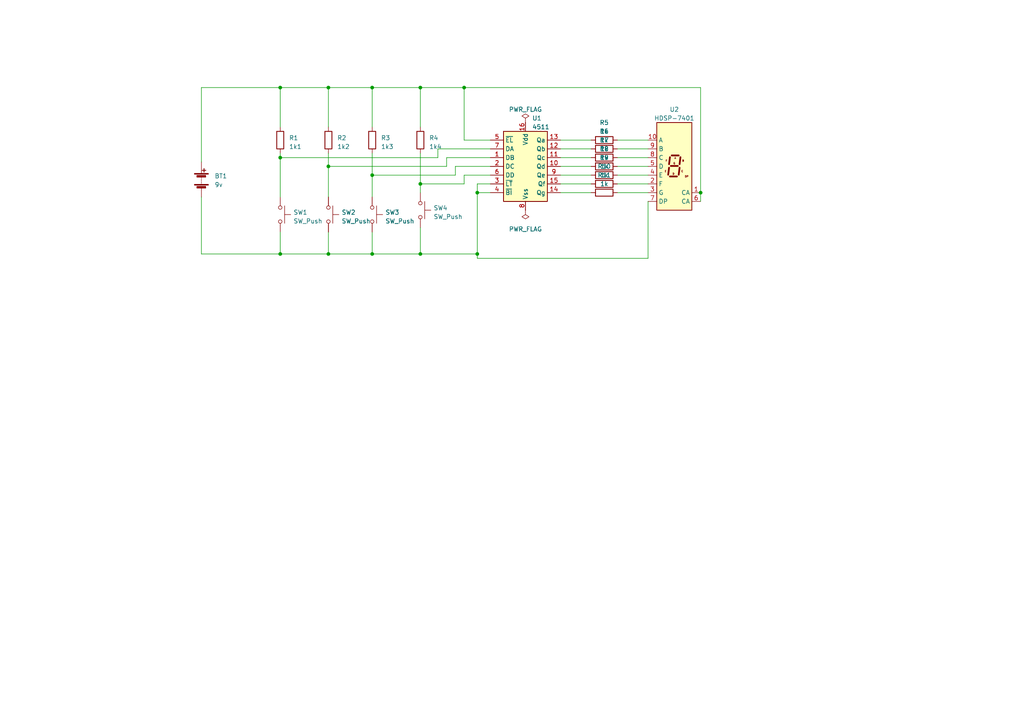
<source format=kicad_sch>
(kicad_sch (version 20230121) (generator eeschema)
  (paper "A4")
  (lib_symbols
    (symbol "4xxx_IEEE:4511"
      (property "Reference" "U" (at 8.89 11.43 0))
      (property "Value" "4511" (at 8.89 -11.43 0))
      (symbol "4511_0_1"
        (rectangle (start -6.35 10.16) (end 6.35 -10.16) (stroke (width 0.254)) (fill (type background)))
      )
      (symbol "4511_1_1"
        (pin input line (at -10.16 2.54 0) (length 3.81) (name "DB") (number "1"))
        (pin output line (at 10.16 0 180) (length 3.81) (name "Qd") (number "10"))
        (pin output line (at 10.16 2.54 180) (length 3.81) (name "Qc") (number "11"))
        (pin output line (at 10.16 5.08 180) (length 3.81) (name "Qb") (number "12"))
        (pin output line (at 10.16 7.62 180) (length 3.81) (name "Qa") (number "13"))
        (pin output line (at 10.16 -7.62 180) (length 3.81) (name "Qg") (number "14"))
        (pin output line (at 10.16 -5.08 180) (length 3.81) (name "Qf") (number "15"))
        (pin power_in line (at 0 12.7 270) (length 2.54) (name "Vdd") (number "16"))
        (pin input line (at -10.16 0 0) (length 3.81) (name "DC") (number "2"))
        (pin input line (at -10.16 -5.08 0) (length 3.81) (name "~{LT}") (number "3"))
        (pin input line (at -10.16 -7.62 0) (length 3.81) (name "~{BI}") (number "4"))
        (pin input line (at -10.16 7.62 0) (length 3.81) (name "~{EL}") (number "5"))
        (pin input line (at -10.16 -2.54 0) (length 3.81) (name "DD") (number "6"))
        (pin input line (at -10.16 5.08 0) (length 3.81) (name "DA") (number "7"))
        (pin power_in line (at 0 -12.7 90) (length 2.54) (name "Vss") (number "8"))
        (pin output line (at 10.16 -2.54 180) (length 3.81) (name "Qe") (number "9"))
      )
    )
    (symbol "Device:Battery" (pin_numbers hide) (pin_names (offset 0) hide)
      (property "Reference" "BT" (at 2.54 2.54 0))
      (property "Value" "Battery" (at 2.54 0 0))
      (symbol "Battery_0_1"
        (rectangle (start -2.032 -1.397) (end 2.032 -1.651) (fill (type outline)))
        (rectangle (start -2.032 1.778) (end 2.032 1.524) (fill (type outline)))
        (rectangle (start -1.3208 -1.9812) (end 1.27 -2.4892) (fill (type outline)))
        (rectangle (start -1.3208 1.1938) (end 1.27 0.6858) (fill (type outline)))
        (polyline (pts (xy 0 -1.524) (xy 0 -1.27)))
        (polyline (pts (xy 0 -1.016) (xy 0 -0.762)))
        (polyline (pts (xy 0 -0.508) (xy 0 -0.254)))
        (polyline (pts (xy 0 0) (xy 0 0.254)))
        (polyline (pts (xy 0 0.508) (xy 0 0.762)))
        (polyline (pts (xy 0 1.778) (xy 0 2.54)))
        (polyline (pts (xy 0.254 2.667) (xy 1.27 2.667)) (stroke (width 0.254)))
        (polyline (pts (xy 0.762 3.175) (xy 0.762 2.159)) (stroke (width 0.254)))
      )
      (symbol "Battery_1_1"
        (pin passive line (at 0 5.08 270) (length 2.54) (name "+") (number "1"))
        (pin passive line (at 0 -5.08 90) (length 2.54) (name "-") (number "2"))
      )
    )
    (symbol "Device:R" (pin_numbers hide) (pin_names (offset 0))
      (property "Reference" "R" (at 2.032 0 90))
      (property "Value" "R" (at 0 0 90))
      (symbol "R_0_1"
        (rectangle (start -1.016 -2.54) (end 1.016 2.54) (stroke (width 0.254)))
      )
      (symbol "R_1_1"
        (pin passive line (at 0 3.81 270) (length 1.27) (name "~") (number "1"))
        (pin passive line (at 0 -3.81 90) (length 1.27) (name "~") (number "2"))
      )
    )
    (symbol "Display_Character:HDSP-7401"
      (property "Reference" "U" (at -3.81 13.97 0))
      (property "Value" "HDSP-7401" (at 6.35 13.97 0))
      (symbol "HDSP-7401_1_0"
        (text "A" (at 0.254 2.413 0) (effects (font (size 0.508 0.508))))
        (text "B" (at 2.54 1.651 0) (effects (font (size 0.508 0.508))))
        (text "C" (at 2.286 -1.397 0) (effects (font (size 0.508 0.508))))
        (text "D" (at -0.254 -2.159 0) (effects (font (size 0.508 0.508))))
        (text "DP" (at 3.556 -2.921 0) (effects (font (size 0.508 0.508))))
        (text "E" (at -2.54 -1.397 0) (effects (font (size 0.508 0.508))))
        (text "F" (at -2.286 1.651 0) (effects (font (size 0.508 0.508))))
        (text "G" (at 0 0.889 0) (effects (font (size 0.508 0.508))))
      )
      (symbol "HDSP-7401_1_1"
        (rectangle (start -5.08 12.7) (end 5.08 -12.7) (stroke (width 0.254)) (fill (type background)))
        (polyline (pts (xy -1.524 -0.381) (xy -1.778 -2.413)) (stroke (width 0.508)))
        (polyline (pts (xy -1.27 -2.921) (xy 0.762 -2.921)) (stroke (width 0.508)))
        (polyline (pts (xy -1.27 2.667) (xy -1.524 0.635)) (stroke (width 0.508)))
        (polyline (pts (xy -1.016 0.127) (xy 1.016 0.127)) (stroke (width 0.508)))
        (polyline (pts (xy -0.762 3.175) (xy 1.27 3.175)) (stroke (width 0.508)))
        (polyline (pts (xy 1.524 -0.381) (xy 1.27 -2.413)) (stroke (width 0.508)))
        (polyline (pts (xy 1.778 2.667) (xy 1.524 0.635)) (stroke (width 0.508)))
        (polyline (pts (xy 2.54 -2.921) (xy 2.54 -2.921)) (stroke (width 0.508)))
        (pin input line (at 7.62 -7.62 180) (length 2.54) (name "CA") (number "1"))
        (pin input line (at -7.62 7.62 0) (length 2.54) (name "A") (number "10"))
        (pin input line (at -7.62 -5.08 0) (length 2.54) (name "F") (number "2"))
        (pin input line (at -7.62 -7.62 0) (length 2.54) (name "G") (number "3"))
        (pin input line (at -7.62 -2.54 0) (length 2.54) (name "E") (number "4"))
        (pin input line (at -7.62 0 0) (length 2.54) (name "D") (number "5"))
        (pin input line (at 7.62 -10.16 180) (length 2.54) (name "CA") (number "6"))
        (pin input line (at -7.62 -10.16 0) (length 2.54) (name "DP") (number "7"))
        (pin input line (at -7.62 2.54 0) (length 2.54) (name "C") (number "8"))
        (pin input line (at -7.62 5.08 0) (length 2.54) (name "B") (number "9"))
      )
    )
    (symbol "Switch:SW_Push" (pin_numbers hide) (pin_names (offset 1.016) hide)
      (property "Reference" "SW" (at 1.27 2.54 0))
      (property "Value" "SW_Push" (at 0 -1.524 0))
      (symbol "SW_Push_0_1"
        (circle (center -2.032 0) (radius 0.508))
        (polyline (pts (xy 0 1.27) (xy 0 3.048)))
        (polyline (pts (xy 2.54 1.27) (xy -2.54 1.27)))
        (circle (center 2.032 0) (radius 0.508))
        (pin passive line (at -5.08 0 0) (length 2.54) (name "1") (number "1"))
        (pin passive line (at 5.08 0 180) (length 2.54) (name "2") (number "2"))
      )
    )
    (symbol "power:PWR_FLAG" (power) (pin_numbers hide) (pin_names (offset 0) hide)
      (property "Value" "PWR_FLAG" (at 0 3.81 0))
      (symbol "PWR_FLAG_0_0"
        (pin power_out line (at 0 0 90) (length 0) (name "pwr") (number "1"))
      )
      (symbol "PWR_FLAG_0_1"
        (polyline (pts (xy 0 0) (xy 0 1.27) (xy -1.016 1.905) (xy 0 2.54) (xy 1.016 1.905) (xy 0 1.27)))
      )
    )
  )
  (junction (at 81.28 25.4))
  (junction (at 138.43 73.66))
  (junction (at 134.62 25.4))
  (junction (at 95.25 25.4))
  (junction (at 121.92 53.34))
  (junction (at 107.95 50.8))
  (junction (at 121.92 73.66))
  (junction (at 107.95 25.4))
  (junction (at 95.25 73.66))
  (junction (at 95.25 48.26))
  (junction (at 121.92 25.4))
  (junction (at 138.43 55.88))
  (junction (at 107.95 73.66))
  (junction (at 203.2 55.88))
  (junction (at 81.28 45.72))
  (junction (at 81.28 73.66))
  (wire (pts (xy 81.28 25.4) (xy 95.25 25.4)))
  (wire (pts (xy 107.95 67.31) (xy 107.95 73.66)))
  (wire (pts (xy 142.24 55.88) (xy 138.43 55.88)))
  (wire (pts (xy 95.25 25.4) (xy 107.95 25.4)))
  (wire (pts (xy 138.43 55.88) (xy 138.43 73.66)))
  (wire (pts (xy 58.42 25.4) (xy 81.28 25.4)))
  (wire (pts (xy 58.42 73.66) (xy 81.28 73.66)))
  (wire (pts (xy 187.96 45.72) (xy 179.07 45.72)))
  (wire (pts (xy 187.96 48.26) (xy 179.07 48.26)))
  (wire (pts (xy 121.92 73.66) (xy 138.43 73.66)))
  (wire (pts (xy 107.95 73.66) (xy 121.92 73.66)))
  (wire (pts (xy 58.42 46.99) (xy 58.42 25.4)))
  (wire (pts (xy 138.43 53.34) (xy 138.43 55.88)))
  (wire (pts (xy 134.62 40.64) (xy 142.24 40.64)))
  (wire (pts (xy 95.25 25.4) (xy 95.25 36.83)))
  (wire (pts (xy 171.45 55.88) (xy 162.56 55.88)))
  (wire (pts (xy 81.28 45.72) (xy 127 45.72)))
  (wire (pts (xy 187.96 53.34) (xy 179.07 53.34)))
  (wire (pts (xy 142.24 48.26) (xy 132.08 48.26)))
  (wire (pts (xy 187.96 40.64) (xy 179.07 40.64)))
  (wire (pts (xy 187.96 58.42) (xy 187.96 74.93)))
  (wire (pts (xy 127 43.18) (xy 142.24 43.18)))
  (wire (pts (xy 81.28 45.72) (xy 81.28 57.15)))
  (wire (pts (xy 187.96 55.88) (xy 179.07 55.88)))
  (wire (pts (xy 132.08 50.8) (xy 107.95 50.8)))
  (wire (pts (xy 58.42 57.15) (xy 58.42 73.66)))
  (wire (pts (xy 142.24 50.8) (xy 134.62 50.8)))
  (wire (pts (xy 127 45.72) (xy 127 43.18)))
  (wire (pts (xy 121.92 44.45) (xy 121.92 53.34)))
  (wire (pts (xy 107.95 25.4) (xy 121.92 25.4)))
  (wire (pts (xy 81.28 73.66) (xy 95.25 73.66)))
  (wire (pts (xy 95.25 73.66) (xy 107.95 73.66)))
  (wire (pts (xy 132.08 48.26) (xy 132.08 50.8)))
  (wire (pts (xy 171.45 40.64) (xy 162.56 40.64)))
  (wire (pts (xy 171.45 50.8) (xy 162.56 50.8)))
  (wire (pts (xy 107.95 25.4) (xy 107.95 36.83)))
  (wire (pts (xy 187.96 43.18) (xy 179.07 43.18)))
  (wire (pts (xy 121.92 25.4) (xy 134.62 25.4)))
  (wire (pts (xy 81.28 44.45) (xy 81.28 45.72)))
  (wire (pts (xy 95.25 67.31) (xy 95.25 73.66)))
  (wire (pts (xy 95.25 48.26) (xy 95.25 57.15)))
  (wire (pts (xy 107.95 50.8) (xy 107.95 57.15)))
  (wire (pts (xy 138.43 73.66) (xy 138.43 74.93)))
  (wire (pts (xy 187.96 50.8) (xy 179.07 50.8)))
  (wire (pts (xy 171.45 43.18) (xy 162.56 43.18)))
  (wire (pts (xy 203.2 55.88) (xy 203.2 25.4)))
  (wire (pts (xy 81.28 67.31) (xy 81.28 73.66)))
  (wire (pts (xy 121.92 53.34) (xy 121.92 55.88)))
  (wire (pts (xy 134.62 53.34) (xy 121.92 53.34)))
  (wire (pts (xy 171.45 48.26) (xy 162.56 48.26)))
  (wire (pts (xy 142.24 45.72) (xy 129.54 45.72)))
  (wire (pts (xy 134.62 25.4) (xy 134.62 40.64)))
  (wire (pts (xy 203.2 55.88) (xy 203.2 58.42)))
  (wire (pts (xy 121.92 25.4) (xy 121.92 36.83)))
  (wire (pts (xy 129.54 45.72) (xy 129.54 48.26)))
  (wire (pts (xy 134.62 25.4) (xy 203.2 25.4)))
  (wire (pts (xy 142.24 53.34) (xy 138.43 53.34)))
  (wire (pts (xy 171.45 45.72) (xy 162.56 45.72)))
  (wire (pts (xy 95.25 44.45) (xy 95.25 48.26)))
  (wire (pts (xy 171.45 53.34) (xy 162.56 53.34)))
  (wire (pts (xy 81.28 25.4) (xy 81.28 36.83)))
  (wire (pts (xy 95.25 48.26) (xy 129.54 48.26)))
  (wire (pts (xy 134.62 50.8) (xy 134.62 53.34)))
  (wire (pts (xy 107.95 44.45) (xy 107.95 50.8)))
  (wire (pts (xy 138.43 74.93) (xy 187.96 74.93)))
  (wire (pts (xy 121.92 73.66) (xy 121.92 66.04)))
  (symbol (lib_id "Device:R") (at 107.95 40.64 0) (unit 1)
    (property "Reference" "R3" (at 110.49 40.005 0) (effects (justify left)))
    (property "Value" "1k3" (at 110.49 42.545 0) (effects (justify left)))
    (property "Footprint" "OptoDevice:R_LDR_4.9x4.2mm_P2.54mm_Vertical" (effects hide))
  )
  (symbol (lib_id "Device:R") (at 175.26 43.18 90) (unit 1)
    (property "Reference" "R6" (at 175.26 38.1 90))
    (property "Value" "1k" (at 175.26 40.64 90))
  )
  (symbol (lib_id "Device:Battery") (at 58.42 52.07 0) (unit 1)
    (property "Reference" "BT1" (at 62.23 51.054 0) (effects (justify left)))
    (property "Value" "9v" (at 62.23 53.594 0) (effects (justify left)))
  )
  (symbol (lib_id "Device:R") (at 175.26 53.34 90) (unit 1)
    (property "Reference" "R10" (at 175.26 48.26 90))
    (property "Value" "1k" (at 175.26 50.8 90))
  )
  (symbol (lib_id "Device:R") (at 81.28 40.64 0) (unit 1)
    (property "Reference" "R1" (at 83.82 40.005 0) (effects (justify left)))
    (property "Value" "1k1" (at 83.82 42.545 0) (effects (justify left)))
    (property "Footprint" "OptoDevice:R_LDR_4.9x4.2mm_P2.54mm_Vertical" (effects hide))
  )
  (symbol (lib_id "Switch:SW_Push") (at 81.28 62.23 270) (unit 1)
    (property "Reference" "SW1" (at 85.09 61.595 90) (effects (justify left)))
    (property "Value" "SW_Push" (at 85.09 64.135 90) (effects (justify left)))
    (property "Footprint" "Battery:BatteryHolder_Bulgin_BX0036_1xC" (effects hide))
  )
  (symbol (lib_id "Display_Character:HDSP-7401") (at 195.58 48.26 0) (unit 1)
    (property "Reference" "U2" (at 195.58 31.75 0))
    (property "Value" "HDSP-7401" (at 195.58 34.29 0))
    (property "Footprint" "Display_7Segment:HDSP-7401" (effects hide))
    (property "Datasheet" "https://docs.broadcom.com/docs/AV02-2553EN" (effects hide))
  )
  (symbol (lib_id "Switch:SW_Push") (at 121.92 60.96 270) (unit 1)
    (property "Reference" "SW4" (at 125.73 60.325 90) (effects (justify left)))
    (property "Value" "SW_Push" (at 125.73 62.865 90) (effects (justify left)))
    (property "Footprint" "Battery:BatteryHolder_Bulgin_BX0036_1xC" (effects hide))
  )
  (symbol (lib_id "Device:R") (at 175.26 45.72 90) (unit 1)
    (property "Reference" "R7" (at 175.26 40.64 90))
    (property "Value" "1k" (at 175.26 43.18 90))
  )
  (symbol (lib_id "Device:R") (at 175.26 55.88 90) (unit 1)
    (property "Reference" "R11" (at 175.26 50.8 90))
    (property "Value" "1k" (at 175.26 53.34 90))
  )
  (symbol (lib_id "Switch:SW_Push") (at 95.25 62.23 270) (unit 1)
    (property "Reference" "SW2" (at 99.06 61.595 90) (effects (justify left)))
    (property "Value" "SW_Push" (at 99.06 64.135 90) (effects (justify left)))
    (property "Footprint" "Battery:BatteryHolder_Bulgin_BX0036_1xC" (effects hide))
  )
  (symbol (lib_id "Device:R") (at 175.26 40.64 90) (unit 1)
    (property "Reference" "R5" (at 175.26 35.56 90))
    (property "Value" "1k" (at 175.26 38.1 90))
  )
  (symbol (lib_id "power:PWR_FLAG") (at 152.4 35.56 0) (unit 1)
    (property "Reference" "#FLG01" (effects hide))
    (property "Value" "PWR_FLAG" (at 152.4 31.75 0))
  )
  (symbol (lib_id "Device:R") (at 175.26 48.26 90) (unit 1)
    (property "Reference" "R8" (at 175.26 43.18 90))
    (property "Value" "1k" (at 175.26 45.72 90))
  )
  (symbol (lib_id "Device:R") (at 175.26 50.8 90) (unit 1)
    (property "Reference" "R9" (at 175.26 45.72 90))
    (property "Value" "1k" (at 175.26 48.26 90))
  )
  (symbol (lib_id "Switch:SW_Push") (at 107.95 62.23 270) (unit 1)
    (property "Reference" "SW3" (at 111.76 61.595 90) (effects (justify left)))
    (property "Value" "SW_Push" (at 111.76 64.135 90) (effects (justify left)))
    (property "Footprint" "Battery:BatteryHolder_Bulgin_BX0036_1xC" (effects hide))
  )
  (symbol (lib_id "power:PWR_FLAG") (at 152.4 60.96 180) (unit 1)
    (property "Reference" "#FLG02" (effects hide))
    (property "Value" "PWR_FLAG" (at 152.4 66.4512 0))
  )
  (symbol (lib_id "4xxx_IEEE:4511") (at 152.4 48.26 0) (unit 1)
    (property "Reference" "U1" (at 154.3559 34.29 0) (effects (justify left)))
    (property "Value" "4511" (at 154.3559 36.83 0) (effects (justify left)))
  )
  (symbol (lib_id "Device:R") (at 121.92 40.64 0) (unit 1)
    (property "Reference" "R4" (at 124.46 40.005 0) (effects (justify left)))
    (property "Value" "1k4" (at 124.46 42.545 0) (effects (justify left)))
    (property "Footprint" "OptoDevice:R_LDR_4.9x4.2mm_P2.54mm_Vertical" (effects hide))
  )
  (symbol (lib_id "Device:R") (at 95.25 40.64 0) (unit 1)
    (property "Reference" "R2" (at 97.79 40.005 0) (effects (justify left)))
    (property "Value" "1k2" (at 97.79 42.545 0) (effects (justify left)))
    (property "Footprint" "OptoDevice:R_LDR_4.9x4.2mm_P2.54mm_Vertical" (effects hide))
  )
)
</source>
